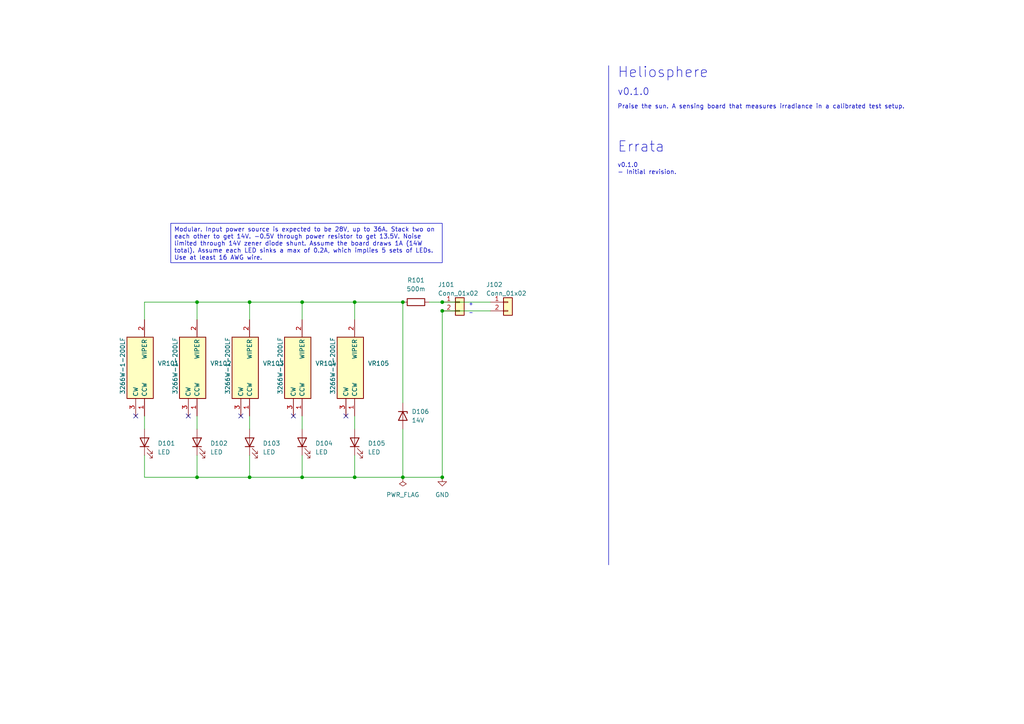
<source format=kicad_sch>
(kicad_sch (version 20230121) (generator eeschema)
  (paper "A4")
  (title_block (title "Heliosphere") (date "2023-07-16") (rev "v0.1.0") (company "LHR Solar") (comment 1 "Matthew Yu") (comment 2 "Gary Hallock"))
  (lib_symbols
    (symbol "Connector_Generic:Conn_01x02" (pin_names (offset 1.016) hide)
      (property "Reference" "J" (at 0 2.54 0))
      (property "Value" "Conn_01x02" (at 0 -5.08 0))
      (symbol "Conn_01x02_1_1"
        (rectangle (start -1.27 -2.413) (end 0 -2.667) (stroke (width 0.1524)))
        (rectangle (start -1.27 0.127) (end 0 -0.127) (stroke (width 0.1524)))
        (rectangle (start -1.27 1.27) (end 1.27 -3.81) (stroke (width 0.254)) (fill (type background)))
        (pin passive line (at -5.08 0 0) (length 3.81) (name "Pin_1") (number "1"))
        (pin passive line (at -5.08 -2.54 0) (length 3.81) (name "Pin_2") (number "2"))
      )
    )
    (symbol "Device:D_Zener" (pin_numbers hide) (pin_names (offset 1.016) hide)
      (property "Reference" "D" (at 0 2.54 0))
      (property "Value" "D_Zener" (at 0 -2.54 0))
      (symbol "D_Zener_0_1"
        (polyline (pts (xy 1.27 0) (xy -1.27 0)))
        (polyline (pts (xy -1.27 -1.27) (xy -1.27 1.27) (xy -0.762 1.27)) (stroke (width 0.254)))
        (polyline (pts (xy 1.27 -1.27) (xy 1.27 1.27) (xy -1.27 0) (xy 1.27 -1.27)) (stroke (width 0.254)))
      )
      (symbol "D_Zener_1_1"
        (pin passive line (at -3.81 0 0) (length 2.54) (name "K") (number "1"))
        (pin passive line (at 3.81 0 180) (length 2.54) (name "A") (number "2"))
      )
    )
    (symbol "Device:LED" (pin_numbers hide) (pin_names (offset 1.016) hide)
      (property "Reference" "D" (at 0 2.54 0))
      (property "Value" "LED" (at 0 -2.54 0))
      (symbol "LED_0_1"
        (polyline (pts (xy -1.27 -1.27) (xy -1.27 1.27)) (stroke (width 0.254)))
        (polyline (pts (xy -1.27 0) (xy 1.27 0)))
        (polyline (pts (xy 1.27 -1.27) (xy 1.27 1.27) (xy -1.27 0) (xy 1.27 -1.27)) (stroke (width 0.254)))
        (polyline (pts (xy -3.048 -0.762) (xy -4.572 -2.286) (xy -3.81 -2.286) (xy -4.572 -2.286) (xy -4.572 -1.524)))
        (polyline (pts (xy -1.778 -0.762) (xy -3.302 -2.286) (xy -2.54 -2.286) (xy -3.302 -2.286) (xy -3.302 -1.524)))
      )
      (symbol "LED_1_1"
        (pin passive line (at -3.81 0 0) (length 2.54) (name "K") (number "1"))
        (pin passive line (at 3.81 0 180) (length 2.54) (name "A") (number "2"))
      )
    )
    (symbol "Device:R" (pin_numbers hide) (pin_names (offset 0))
      (property "Reference" "R" (at 2.032 0 90))
      (property "Value" "R" (at 0 0 90))
      (symbol "R_0_1"
        (rectangle (start -1.016 -2.54) (end 1.016 2.54) (stroke (width 0.254)))
      )
      (symbol "R_1_1"
        (pin passive line (at 0 3.81 270) (length 1.27) (name "~") (number "1"))
        (pin passive line (at 0 -3.81 90) (length 1.27) (name "~") (number "2"))
      )
    )
    (symbol "bourns_3266W_1_200LF:3266W-1-200LF"
      (property "Reference" "VR" (at 24.13 7.62 0))
      (property "Value" "3266W-1-200LF" (at 24.13 5.08 0))
      (symbol "3266W-1-200LF_1_1"
        (rectangle (start 5.08 2.54) (end 22.86 -5.08) (stroke (width 0.254)) (fill (type background)))
        (pin passive line (at 27.94 0 180) (length 5.08) (name "CCW") (number "1"))
        (pin passive line (at 0 0 0) (length 5.08) (name "WIPER") (number "2"))
        (pin passive line (at 27.94 -2.54 180) (length 5.08) (name "CW") (number "3"))
      )
    )
    (symbol "power:GND" (power) (pin_names (offset 0))
      (property "Value" "GND" (at 0 -3.81 0))
      (symbol "GND_0_1"
        (polyline (pts (xy 0 0) (xy 0 -1.27) (xy 1.27 -1.27) (xy 0 -2.54) (xy -1.27 -1.27) (xy 0 -1.27)))
      )
      (symbol "GND_1_1"
        (pin power_in line (at 0 0 270) (length 0) hide (name "GND") (number "1"))
      )
    )
    (symbol "power:PWR_FLAG" (power) (pin_numbers hide) (pin_names (offset 0) hide)
      (property "Value" "PWR_FLAG" (at 0 3.81 0))
      (symbol "PWR_FLAG_0_0"
        (pin power_out line (at 0 0 90) (length 0) (name "pwr") (number "1"))
      )
      (symbol "PWR_FLAG_0_1"
        (polyline (pts (xy 0 0) (xy 0 1.27) (xy -1.016 1.905) (xy 0 2.54) (xy 1.016 1.905) (xy 0 1.27)))
      )
    )
  )
  (junction (at 128.27 87.63))
  (junction (at 87.63 87.63))
  (junction (at 87.63 138.43))
  (junction (at 57.15 138.43))
  (junction (at 72.39 138.43))
  (junction (at 116.84 138.43))
  (junction (at 128.27 138.43))
  (junction (at 116.84 87.63))
  (junction (at 102.87 87.63))
  (junction (at 102.87 138.43))
  (junction (at 72.39 87.63))
  (junction (at 57.15 87.63))
  (junction (at 128.27 90.17))
  (no_connect (at 100.33 120.65))
  (no_connect (at 39.37 120.65))
  (no_connect (at 54.61 120.65))
  (no_connect (at 69.85 120.65))
  (no_connect (at 85.09 120.65))
  (wire (pts (xy 87.63 138.43) (xy 102.87 138.43)))
  (wire (pts (xy 102.87 87.63) (xy 116.84 87.63)))
  (wire (pts (xy 57.15 87.63) (xy 72.39 87.63)))
  (wire (pts (xy 128.27 87.63) (xy 142.24 87.63)))
  (wire (pts (xy 41.91 138.43) (xy 57.15 138.43)))
  (wire (pts (xy 41.91 92.71) (xy 41.91 87.63)))
  (wire (pts (xy 41.91 87.63) (xy 57.15 87.63)))
  (wire (pts (xy 72.39 132.08) (xy 72.39 138.43)))
  (wire (pts (xy 87.63 120.65) (xy 87.63 124.46)))
  (wire (pts (xy 124.46 87.63) (xy 128.27 87.63)))
  (wire (pts (xy 57.15 120.65) (xy 57.15 124.46)))
  (wire (pts (xy 72.39 138.43) (xy 87.63 138.43)))
  (wire (pts (xy 102.87 120.65) (xy 102.87 124.46)))
  (wire (pts (xy 41.91 132.08) (xy 41.91 138.43)))
  (wire (pts (xy 72.39 120.65) (xy 72.39 124.46)))
  (wire (pts (xy 116.84 87.63) (xy 116.84 116.84)))
  (wire (pts (xy 128.27 90.17) (xy 128.27 138.43)))
  (wire (pts (xy 102.87 87.63) (xy 102.87 92.71)))
  (wire (pts (xy 57.15 138.43) (xy 72.39 138.43)))
  (wire (pts (xy 87.63 87.63) (xy 102.87 87.63)))
  (wire (pts (xy 87.63 87.63) (xy 87.63 92.71)))
  (wire (pts (xy 128.27 90.17) (xy 142.24 90.17)))
  (wire (pts (xy 102.87 132.08) (xy 102.87 138.43)))
  (wire (pts (xy 116.84 138.43) (xy 128.27 138.43)))
  (wire (pts (xy 72.39 87.63) (xy 87.63 87.63)))
  (wire (pts (xy 102.87 138.43) (xy 116.84 138.43)))
  (wire (pts (xy 116.84 124.46) (xy 116.84 138.43)))
  (wire (pts (xy 87.63 132.08) (xy 87.63 138.43)))
  (wire (pts (xy 57.15 87.63) (xy 57.15 92.71)))
  (wire (pts (xy 41.91 120.65) (xy 41.91 124.46)))
  (wire (pts (xy 72.39 87.63) (xy 72.39 92.71)))
  (wire (pts (xy 57.15 132.08) (xy 57.15 138.43)))
  (polyline (pts (xy 176.53 19.05) (xy 176.53 163.83)))
  (text_box "Modular. Input power source is expected to be 28V, up to 36A. Stack two on each other to get 14V. -0.5V through power resistor to get 13.5V. Noise limited through 14V zener diode shunt. Assume the board draws 1A (14W total). Assume each LED sinks a max of 0.2A, which implies 5 sets of LEDs.\nUse at least 16 AWG wire." (at 49.53 64.77 0) (size 78.74 11.43) (effects (font (size 1.27 1.27)) (justify left top)))
  (text "Heliosphere\n" (at 179.07 22.86 0) (effects (font (size 3 3)) (justify left bottom)))
  (text "+" (at 135.89 88.9 0) (effects (font (size 1 1)) (justify left bottom)))
  (text "Errata" (at 179.07 44.45 0) (effects (font (size 3 3)) (justify left bottom)))
  (text "v0.1.0\n- Initial revision.\n" (at 179.07 50.8 0) (effects (font (size 1.27 1.27)) (justify left bottom)))
  (text "Praise the sun. A sensing board that measures irradiance in a calibrated test setup.\n" (at 179.07 31.75 0) (effects (font (size 1.27 1.27)) (justify left bottom)))
  (text "-" (at 135.89 91.44 0) (effects (font (size 1 1)) (justify left bottom)))
  (text "v0.1.0\n" (at 179.07 27.94 0) (effects (font (size 2 2)) (justify left bottom)))
  (symbol (lib_id "bourns_3266W_1_200LF:3266W-1-200LF") (at 72.39 92.71 270) (unit 1)
    (property "Reference" "VR103" (at 76.2 105.41 90) (effects (justify left)))
    (property "Value" "3266W-1-200LF" (at 66.04 97.79 0) (effects (justify left)))
    (property "Footprint" "footprints:bourns3266W_1_200LF" (effects hide))
    (property "Datasheet" "https://www.mouser.com/datasheet/2/54/3266-776573.pdf" (effects hide))
    (property "Distributor" "Mouser" (effects hide))
    (property "Manufacturer" "Bourns" (effects hide))
    (property "P/N" "3266W-1-200LF" (effects hide))
    (property "Cost" "2.59" (effects hide))
  )
  (symbol (lib_id "power:GND") (at 128.27 138.43 0) (unit 1)
    (property "Reference" "#PWR0101" (effects hide))
    (property "Value" "GND" (at 128.27 143.51 0))
  )
  (symbol (lib_id "Device:LED") (at 57.15 128.27 90) (unit 1)
    (property "Reference" "D102" (at 60.96 128.5875 90) (effects (justify right)))
    (property "Value" "LED" (at 60.96 131.1275 90) (effects (justify right)))
    (property "Footprint" "footprints:xishwon_led_bulb" (effects hide))
  )
  (symbol (lib_id "bourns_3266W_1_200LF:3266W-1-200LF") (at 102.87 92.71 270) (unit 1)
    (property "Reference" "VR105" (at 106.68 105.41 90) (effects (justify left)))
    (property "Value" "3266W-1-200LF" (at 96.52 97.79 0) (effects (justify left)))
    (property "Footprint" "footprints:bourns3266W_1_200LF" (effects hide))
    (property "Datasheet" "https://www.mouser.com/datasheet/2/54/3266-776573.pdf" (effects hide))
    (property "Distributor" "Mouser" (effects hide))
    (property "Manufacturer" "Bourns" (effects hide))
    (property "P/N" "3266W-1-200LF" (effects hide))
    (property "Cost" "2.59" (effects hide))
  )
  (symbol (lib_id "Device:LED") (at 72.39 128.27 90) (unit 1)
    (property "Reference" "D103" (at 76.2 128.5875 90) (effects (justify right)))
    (property "Value" "LED" (at 76.2 131.1275 90) (effects (justify right)))
    (property "Footprint" "footprints:xishwon_led_bulb" (effects hide))
  )
  (symbol (lib_id "bourns_3266W_1_200LF:3266W-1-200LF") (at 57.15 92.71 270) (unit 1)
    (property "Reference" "VR102" (at 60.96 105.41 90) (effects (justify left)))
    (property "Value" "3266W-1-200LF" (at 50.8 97.79 0) (effects (justify left)))
    (property "Footprint" "footprints:bourns3266W_1_200LF" (effects hide))
    (property "Datasheet" "https://www.mouser.com/datasheet/2/54/3266-776573.pdf" (effects hide))
    (property "Distributor" "Mouser" (effects hide))
    (property "Manufacturer" "Bourns" (effects hide))
    (property "P/N" "3266W-1-200LF" (effects hide))
    (property "Cost" "2.59" (effects hide))
  )
  (symbol (lib_id "Device:LED") (at 102.87 128.27 90) (unit 1)
    (property "Reference" "D105" (at 106.68 128.5875 90) (effects (justify right)))
    (property "Value" "LED" (at 106.68 131.1275 90) (effects (justify right)))
    (property "Footprint" "footprints:xishwon_led_bulb" (effects hide))
  )
  (symbol (lib_id "Connector_Generic:Conn_01x02") (at 147.32 87.63 0) (unit 1)
    (property "Reference" "J102" (at 140.97 82.55 0) (effects (justify left)))
    (property "Value" "Conn_01x02" (at 140.97 85.09 0) (effects (justify left)))
    (property "Footprint" "Connector_Wire:SolderWire-2.5sqmm_1x02_P8.8mm_D2.4mm_OD4.4mm" (effects hide))
  )
  (symbol (lib_id "bourns_3266W_1_200LF:3266W-1-200LF") (at 87.63 92.71 270) (unit 1)
    (property "Reference" "VR104" (at 91.44 105.41 90) (effects (justify left)))
    (property "Value" "3266W-1-200LF" (at 81.28 97.79 0) (effects (justify left)))
    (property "Footprint" "footprints:bourns3266W_1_200LF" (effects hide))
    (property "Datasheet" "https://www.mouser.com/datasheet/2/54/3266-776573.pdf" (effects hide))
    (property "Distributor" "Mouser" (effects hide))
    (property "Manufacturer" "Bourns" (effects hide))
    (property "P/N" "3266W-1-200LF" (effects hide))
    (property "Cost" "2.59" (effects hide))
  )
  (symbol (lib_id "Connector_Generic:Conn_01x02") (at 133.35 87.63 0) (unit 1)
    (property "Reference" "J101" (at 127 82.55 0) (effects (justify left)))
    (property "Value" "Conn_01x02" (at 127 85.09 0) (effects (justify left)))
    (property "Footprint" "Connector_Wire:SolderWire-2.5sqmm_1x02_P8.8mm_D2.4mm_OD4.4mm" (effects hide))
  )
  (symbol (lib_id "Device:R") (at 120.65 87.63 90) (unit 1)
    (property "Reference" "R101" (at 120.65 81.28 90))
    (property "Value" "500m" (at 120.65 83.82 90))
    (property "Footprint" "Resistor_SMD:R_2512_6332Metric_Pad1.40x3.35mm_HandSolder" (effects hide))
    (property "Datasheet" "https://www.mouser.com/datasheet/2/54/cra-1862173.pdf" (effects hide))
    (property "Distributor" "Mouser" (effects hide))
    (property "Manufacturer" "Bourns" (effects hide))
    (property "P/N" "CRG2512-FZ-R500E-1" (effects hide))
    (property "Cost" "0.62" (effects hide))
    (property "Notes" "3W. Alt from Mouser is WFMB2512R5000FEA by Vishay/Dale." (effects hide))
  )
  (symbol (lib_id "Device:LED") (at 41.91 128.27 90) (unit 1)
    (property "Reference" "D101" (at 45.72 128.5875 90) (effects (justify right)))
    (property "Value" "LED" (at 45.72 131.1275 90) (effects (justify right)))
    (property "Footprint" "footprints:xishwon_led_bulb" (effects hide))
  )
  (symbol (lib_id "power:PWR_FLAG") (at 116.84 138.43 180) (unit 1)
    (property "Reference" "#FLG0101" (effects hide))
    (property "Value" "PWR_FLAG" (at 116.84 143.51 0))
  )
  (symbol (lib_id "Device:LED") (at 87.63 128.27 90) (unit 1)
    (property "Reference" "D104" (at 91.44 128.5875 90) (effects (justify right)))
    (property "Value" "LED" (at 91.44 131.1275 90) (effects (justify right)))
    (property "Footprint" "footprints:xishwon_led_bulb" (effects hide))
  )
  (symbol (lib_id "bourns_3266W_1_200LF:3266W-1-200LF") (at 41.91 92.71 270) (unit 1)
    (property "Reference" "VR101" (at 45.72 105.41 90) (effects (justify left)))
    (property "Value" "3266W-1-200LF" (at 35.56 97.79 0) (effects (justify left)))
    (property "Footprint" "footprints:bourns3266W_1_200LF" (effects hide))
    (property "Datasheet" "https://www.mouser.com/datasheet/2/54/3266-776573.pdf" (effects hide))
    (property "Distributor" "Mouser" (effects hide))
    (property "Manufacturer" "Bourns" (effects hide))
    (property "P/N" "3266W-1-200LF" (effects hide))
    (property "Cost" "2.59" (effects hide))
  )
  (symbol (lib_id "Device:D_Zener") (at 116.84 120.65 270) (unit 1)
    (property "Reference" "D106" (at 119.38 119.38 90) (effects (justify left)))
    (property "Value" "14V" (at 119.38 121.92 90) (effects (justify left)))
    (property "Footprint" "Diode_SMD:D_SMB-SMC_Universal_Handsoldering" (effects hide))
    (property "Datasheet" "https://www.mouser.com/datasheet/2/80/CZRB5338B_HF_Thru176135__CZRB5388B_HF_RevA-2505336.pdf" (effects hide))
    (property "Distributor" "Mouser" (effects hide))
    (property "Manufacturer" "Comchip Technology" (effects hide))
    (property "P/N" "CZRB5351B-HF" (effects hide))
    (property "Cost" "0.62" (effects hide))
    (property "Notes" "5W. Alt 5W is SMBJ5351B-TP from Mouser by MCC." (effects hide))
  )
)
</source>
